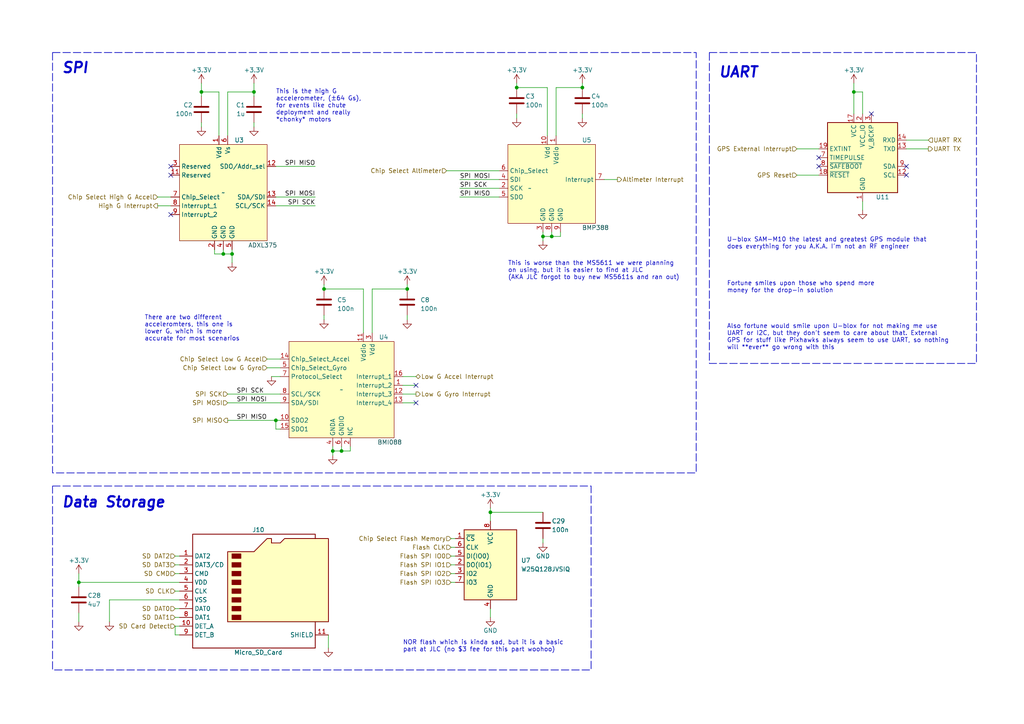
<source format=kicad_sch>
(kicad_sch (version 20230121) (generator eeschema)
  (paper "A4")
  (title_block (title "Sensors") (date "2023-09-24") (rev "1"))
  (lib_symbols
    (symbol "Connector:Micro_SD_Card_Det2"
      (property "Reference" "J" (at -16.51 17.78 0))
      (property "Value" "Micro_SD_Card_Det2" (at 16.51 17.78 0))
      (symbol "Micro_SD_Card_Det2_0_1"
        (rectangle (start -7.62 -6.985) (end -5.08 -8.255) (stroke (width 0.254)) (fill (type outline)))
        (rectangle (start -7.62 -4.445) (end -5.08 -5.715) (stroke (width 0.254)) (fill (type outline)))
        (rectangle (start -7.62 -1.905) (end -5.08 -3.175) (stroke (width 0.254)) (fill (type outline)))
        (rectangle (start -7.62 0.635) (end -5.08 -0.635) (stroke (width 0.254)) (fill (type outline)))
        (rectangle (start -7.62 3.175) (end -5.08 1.905) (stroke (width 0.254)) (fill (type outline)))
        (rectangle (start -7.62 5.715) (end -5.08 4.445) (stroke (width 0.254)) (fill (type outline)))
        (rectangle (start -7.62 8.255) (end -5.08 6.985) (stroke (width 0.254)) (fill (type outline)))
        (rectangle (start -7.62 10.795) (end -5.08 9.525) (stroke (width 0.254)) (fill (type outline)))
        (polyline (pts (xy 16.51 15.24) (xy 16.51 16.51) (xy -19.05 16.51) (xy -19.05 -16.51) (xy 16.51 -16.51) (xy 16.51 -8.89)) (stroke (width 0.254)))
        (polyline (pts (xy -8.89 -8.89) (xy -8.89 11.43) (xy -1.27 11.43) (xy 2.54 15.24) (xy 3.81 15.24) (xy 3.81 13.97) (xy 6.35 13.97) (xy 7.62 15.24) (xy 20.32 15.24) (xy 20.32 -8.89) (xy -8.89 -8.89)) (stroke (width 0.254)) (fill (type background)))
      )
      (symbol "Micro_SD_Card_Det2_1_1"
        (pin bidirectional line (at -22.86 10.16 0) (length 3.81) (name "DAT2") (number "1"))
        (pin passive line (at -22.86 -10.16 0) (length 3.81) (name "DET_A") (number "10"))
        (pin passive line (at 20.32 -12.7 180) (length 3.81) (name "SHIELD") (number "11"))
        (pin bidirectional line (at -22.86 7.62 0) (length 3.81) (name "DAT3/CD") (number "2"))
        (pin input line (at -22.86 5.08 0) (length 3.81) (name "CMD") (number "3"))
        (pin power_in line (at -22.86 2.54 0) (length 3.81) (name "VDD") (number "4"))
        (pin input line (at -22.86 0 0) (length 3.81) (name "CLK") (number "5"))
        (pin power_in line (at -22.86 -2.54 0) (length 3.81) (name "VSS") (number "6"))
        (pin bidirectional line (at -22.86 -5.08 0) (length 3.81) (name "DAT0") (number "7"))
        (pin bidirectional line (at -22.86 -7.62 0) (length 3.81) (name "DAT1") (number "8"))
        (pin passive line (at -22.86 -12.7 0) (length 3.81) (name "DET_B") (number "9"))
      )
    )
    (symbol "Device:C" (pin_numbers hide) (pin_names (offset 0.254))
      (property "Reference" "C" (at 0.635 2.54 0))
      (property "Value" "C" (at 0.635 -2.54 0))
      (symbol "C_0_1"
        (polyline (pts (xy -2.032 -0.762) (xy 2.032 -0.762)) (stroke (width 0.508)))
        (polyline (pts (xy -2.032 0.762) (xy 2.032 0.762)) (stroke (width 0.508)))
      )
      (symbol "C_1_1"
        (pin passive line (at 0 3.81 270) (length 2.794) (name "~") (number "1"))
        (pin passive line (at 0 -3.81 90) (length 2.794) (name "~") (number "2"))
      )
    )
    (symbol "Memory_Flash:W25Q128JVS"
      (property "Reference" "U" (at -8.89 8.89 0))
      (property "Value" "W25Q128JVS" (at 7.62 8.89 0))
      (symbol "W25Q128JVS_0_1"
        (rectangle (start -7.62 10.16) (end 7.62 -10.16) (stroke (width 0.254)) (fill (type background)))
      )
      (symbol "W25Q128JVS_1_1"
        (pin input line (at -10.16 7.62 0) (length 2.54) (name "~{CS}") (number "1"))
        (pin bidirectional line (at -10.16 0 0) (length 2.54) (name "DO(IO1)") (number "2"))
        (pin bidirectional line (at -10.16 -2.54 0) (length 2.54) (name "IO2") (number "3"))
        (pin power_in line (at 0 -12.7 90) (length 2.54) (name "GND") (number "4"))
        (pin bidirectional line (at -10.16 2.54 0) (length 2.54) (name "DI(IO0)") (number "5"))
        (pin input line (at -10.16 5.08 0) (length 2.54) (name "CLK") (number "6"))
        (pin bidirectional line (at -10.16 -5.08 0) (length 2.54) (name "IO3") (number "7"))
        (pin power_in line (at 0 12.7 270) (length 2.54) (name "VCC") (number "8"))
      )
    )
    (symbol "RF_GPS:SAM-M8Q"
      (property "Reference" "U" (at -8.89 11.43 0))
      (property "Value" "SAM-M8Q" (at 8.89 11.43 0))
      (symbol "SAM-M8Q_0_1"
        (rectangle (start -10.16 10.16) (end 10.16 -10.16) (stroke (width 0.254)) (fill (type background)))
      )
      (symbol "SAM-M8Q_1_1"
        (pin power_in line (at 0 -12.7 90) (length 2.54) (name "GND") (number "1"))
        (pin passive line (at 0 -12.7 90) (length 2.54) hide (name "GND") (number "10"))
        (pin passive line (at 0 -12.7 90) (length 2.54) hide (name "GND") (number "11"))
        (pin input line (at 12.7 -5.08 180) (length 2.54) (name "SCL") (number "12"))
        (pin output line (at 12.7 2.54 180) (length 2.54) (name "TXD") (number "13"))
        (pin input line (at 12.7 5.08 180) (length 2.54) (name "RXD") (number "14"))
        (pin passive line (at 0 -12.7 90) (length 2.54) hide (name "GND") (number "15"))
        (pin passive line (at 0 -12.7 90) (length 2.54) hide (name "GND") (number "16"))
        (pin power_in line (at -2.54 12.7 270) (length 2.54) (name "VCC") (number "17"))
        (pin input line (at -12.7 -5.08 0) (length 2.54) (name "~{RESET}") (number "18"))
        (pin input line (at -12.7 2.54 0) (length 2.54) (name "EXTINT") (number "19"))
        (pin power_in line (at 0 12.7 270) (length 2.54) (name "VCC_IO") (number "2"))
        (pin passive line (at 0 -12.7 90) (length 2.54) hide (name "GND") (number "20"))
        (pin power_in line (at 2.54 12.7 270) (length 2.54) (name "V_BCKP") (number "3"))
        (pin passive line (at 0 -12.7 90) (length 2.54) hide (name "GND") (number "4"))
        (pin passive line (at 0 -12.7 90) (length 2.54) hide (name "GND") (number "5"))
        (pin passive line (at 0 -12.7 90) (length 2.54) hide (name "GND") (number "6"))
        (pin output line (at -12.7 0 0) (length 2.54) (name "TIMEPULSE") (number "7"))
        (pin input line (at -12.7 -2.54 0) (length 2.54) (name "~{SAFEBOOT}") (number "8"))
        (pin bidirectional line (at 12.7 -2.54 180) (length 2.54) (name "SDA") (number "9"))
      )
    )
    (symbol "custom-symbols:ADXL375"
      (property "Reference" "U" (at -11.43 -15.24 0))
      (symbol "ADXL375_1_1"
        (rectangle (start -12.7 13.97) (end 12.7 -13.97) (fill (type background)))
        (text "ADXL375" (at 11.43 -15.24 0) (effects (font (size 1.27 1.27))))
        (pin power_in line (at -1.27 16.51 270) (length 2.54) (name "Vdd") (number "1"))
        (pin free line (at -15.24 5.08 0) (length 2.54) (name "Reserved") (number "11"))
        (pin bidirectional line (at 15.24 7.62 180) (length 2.54) (name "SDO/Addr_sel") (number "12"))
        (pin bidirectional line (at 15.24 -1.27 180) (length 2.54) (name "SDA/SDI") (number "13"))
        (pin bidirectional line (at 15.24 -3.81 180) (length 2.54) (name "SCL/SCK") (number "14"))
        (pin power_in line (at -2.54 -16.51 90) (length 2.54) (name "GND") (number "2"))
        (pin free line (at -15.24 7.62 0) (length 2.54) (name "Reserved") (number "3"))
        (pin power_in line (at 0 -16.51 90) (length 2.54) (name "GND") (number "4"))
        (pin power_in line (at 2.54 -16.51 90) (length 2.54) (name "GND") (number "5"))
        (pin power_in line (at 1.27 16.51 270) (length 2.54) (name "Vs") (number "6"))
        (pin input line (at -15.24 -1.27 0) (length 2.54) (name "Chip_Select") (number "7"))
        (pin output line (at -15.24 -3.81 0) (length 2.54) (name "Interrupt_1") (number "8"))
        (pin output line (at -15.24 -6.35 0) (length 2.54) (name "Interrupt_2") (number "9"))
      )
    )
    (symbol "custom-symbols:BMI088"
      (property "Reference" "U" (at -15.24 -15.24 0))
      (symbol "BMI088_1_1"
        (rectangle (start -15.24 13.97) (end 15.24 -13.97) (fill (type background)))
        (text "BMI088" (at 13.97 -15.24 0) (effects (font (size 1.27 1.27))))
        (pin output line (at 17.78 1.27 180) (length 2.54) (name "Interrupt_2") (number "1"))
        (pin output line (at -17.78 -8.89 0) (length 2.54) (name "SDO2") (number "10"))
        (pin power_in line (at 6.35 16.51 270) (length 2.54) (name "Vddio") (number "11"))
        (pin output line (at 17.78 -1.27 180) (length 2.54) (name "Interrupt_3") (number "12"))
        (pin output line (at 17.78 -3.81 180) (length 2.54) (name "Interrupt_4") (number "13"))
        (pin input line (at -17.78 8.89 0) (length 2.54) (name "Chip_Select_Accel") (number "14"))
        (pin output line (at -17.78 -11.43 0) (length 2.54) (name "SDO1") (number "15"))
        (pin output line (at 17.78 3.81 180) (length 2.54) (name "Interrupt_1") (number "16"))
        (pin input line (at 2.54 -16.51 90) (length 2.54) (name "NC") (number "2"))
        (pin power_in line (at 8.89 16.51 270) (length 2.54) (name "Vdd") (number "3"))
        (pin power_in line (at -2.54 -16.51 90) (length 2.54) (name "GNDA") (number "4"))
        (pin input line (at -17.78 6.35 0) (length 2.54) (name "Chip_Select_Gyro") (number "5"))
        (pin power_in line (at 0 -16.51 90) (length 2.54) (name "GNDIO") (number "6"))
        (pin input line (at -17.78 3.81 0) (length 2.54) (name "Protocol_Select") (number "7"))
        (pin input line (at -17.78 -1.27 0) (length 2.54) (name "SCL/SCK") (number "8"))
        (pin bidirectional line (at -17.78 -3.81 0) (length 2.54) (name "SDA/SDI") (number "9"))
      )
    )
    (symbol "custom-symbols:BMP388"
      (property "Reference" "U" (at -12.7 -11.43 0))
      (symbol "BMP388_1_1"
        (rectangle (start -12.7 12.7) (end 12.7 -10.16) (fill (type background)))
        (text "BMP388\n" (at 12.7 -11.43 0) (effects (font (size 1.27 1.27))))
        (pin input line (at 1.27 15.24 270) (length 2.54) (name "Vddio") (number "1"))
        (pin power_in line (at -1.27 15.24 270) (length 2.54) (name "Vdd") (number "10"))
        (pin input line (at -15.24 0 0) (length 2.54) (name "SCK") (number "2"))
        (pin power_in line (at -2.54 -12.7 90) (length 2.54) (name "GND") (number "3"))
        (pin bidirectional line (at -15.24 2.54 0) (length 2.54) (name "SDI") (number "4"))
        (pin bidirectional line (at -15.24 -2.54 0) (length 2.54) (name "SDO") (number "5"))
        (pin input line (at -15.24 5.08 0) (length 2.54) (name "Chip_Select") (number "6"))
        (pin output line (at 15.24 2.54 180) (length 2.54) (name "Interrupt") (number "7"))
        (pin power_in line (at 0 -12.7 90) (length 2.54) (name "GND") (number "8"))
        (pin power_in line (at 2.54 -12.7 90) (length 2.54) (name "GND") (number "9"))
      )
    )
    (symbol "power:+3.3V" (power) (pin_names (offset 0))
      (property "Value" "+3.3V" (at 0 3.556 0))
      (symbol "+3.3V_0_1"
        (polyline (pts (xy -0.762 1.27) (xy 0 2.54)))
        (polyline (pts (xy 0 0) (xy 0 2.54)))
        (polyline (pts (xy 0 2.54) (xy 0.762 1.27)))
      )
      (symbol "+3.3V_1_1"
        (pin power_in line (at 0 0 90) (length 0) hide (name "+3.3V") (number "1"))
      )
    )
    (symbol "power:GND" (power) (pin_names (offset 0))
      (property "Value" "GND" (at 0 -3.81 0))
      (symbol "GND_0_1"
        (polyline (pts (xy 0 0) (xy 0 -1.27) (xy 1.27 -1.27) (xy 0 -2.54) (xy -1.27 -1.27) (xy 0 -1.27)))
      )
      (symbol "GND_1_1"
        (pin power_in line (at 0 0 270) (length 0) hide (name "GND") (number "1"))
      )
    )
  )
  (junction (at 58.42 26.67))
  (junction (at 247.65 26.67))
  (junction (at 67.31 73.66))
  (junction (at 142.24 148.59))
  (junction (at 93.98 83.82))
  (junction (at 64.77 73.66))
  (junction (at 99.06 130.81))
  (junction (at 157.48 68.58))
  (junction (at 96.52 130.81))
  (junction (at 22.86 168.91))
  (junction (at 160.02 68.58))
  (junction (at 168.91 25.4))
  (junction (at 80.01 121.92))
  (junction (at 149.86 25.4))
  (junction (at 73.66 26.67))
  (junction (at 118.11 83.82))
  (no_connect (at 120.65 111.76))
  (no_connect (at 262.89 48.26))
  (no_connect (at 252.73 33.02))
  (no_connect (at 262.89 50.8))
  (no_connect (at 49.53 62.23))
  (no_connect (at 237.49 45.72))
  (no_connect (at 49.53 50.8))
  (no_connect (at 237.49 48.26))
  (no_connect (at 49.53 48.26))
  (no_connect (at 120.65 116.84))
  (wire (pts (xy 116.84 114.3) (xy 120.65 114.3)))
  (wire (pts (xy 118.11 82.55) (xy 118.11 83.82)))
  (wire (pts (xy 142.24 148.59) (xy 142.24 147.32)))
  (wire (pts (xy 107.95 96.52) (xy 107.95 83.82)))
  (wire (pts (xy 22.86 177.8) (xy 22.86 180.34)))
  (wire (pts (xy 50.8 171.45) (xy 52.07 171.45)))
  (wire (pts (xy 157.48 68.58) (xy 157.48 69.85)))
  (wire (pts (xy 149.86 24.13) (xy 149.86 25.4)))
  (wire (pts (xy 58.42 26.67) (xy 63.5 26.67)))
  (wire (pts (xy 107.95 83.82) (xy 118.11 83.82)))
  (wire (pts (xy 175.26 52.07) (xy 179.07 52.07)))
  (wire (pts (xy 80.01 124.46) (xy 80.01 121.92)))
  (wire (pts (xy 95.25 184.15) (xy 95.25 187.96)))
  (wire (pts (xy 67.31 73.66) (xy 67.31 76.2)))
  (wire (pts (xy 116.84 111.76) (xy 120.65 111.76)))
  (wire (pts (xy 93.98 83.82) (xy 105.41 83.82)))
  (wire (pts (xy 58.42 24.13) (xy 58.42 26.67)))
  (wire (pts (xy 50.8 161.29) (xy 52.07 161.29)))
  (wire (pts (xy 99.06 129.54) (xy 99.06 130.81)))
  (wire (pts (xy 157.48 156.21) (xy 157.48 157.48)))
  (wire (pts (xy 269.24 43.18) (xy 262.89 43.18)))
  (wire (pts (xy 80.01 59.69) (xy 91.44 59.69)))
  (wire (pts (xy 45.72 57.15) (xy 49.53 57.15)))
  (wire (pts (xy 149.86 33.02) (xy 149.86 34.29)))
  (wire (pts (xy 96.52 129.54) (xy 96.52 130.81)))
  (wire (pts (xy 50.8 179.07) (xy 52.07 179.07)))
  (wire (pts (xy 130.81 156.21) (xy 132.08 156.21)))
  (wire (pts (xy 31.75 173.99) (xy 52.07 173.99)))
  (wire (pts (xy 22.86 168.91) (xy 52.07 168.91)))
  (wire (pts (xy 161.29 39.37) (xy 161.29 25.4)))
  (wire (pts (xy 77.47 104.14) (xy 81.28 104.14)))
  (wire (pts (xy 162.56 67.31) (xy 162.56 68.58)))
  (wire (pts (xy 58.42 36.83) (xy 58.42 35.56)))
  (wire (pts (xy 99.06 130.81) (xy 96.52 130.81)))
  (wire (pts (xy 50.8 176.53) (xy 52.07 176.53)))
  (wire (pts (xy 80.01 48.26) (xy 91.44 48.26)))
  (wire (pts (xy 73.66 35.56) (xy 73.66 36.83)))
  (wire (pts (xy 66.04 26.67) (xy 73.66 26.67)))
  (wire (pts (xy 64.77 73.66) (xy 67.31 73.66)))
  (wire (pts (xy 62.23 72.39) (xy 62.23 73.66)))
  (wire (pts (xy 160.02 67.31) (xy 160.02 68.58)))
  (wire (pts (xy 149.86 25.4) (xy 158.75 25.4)))
  (wire (pts (xy 129.54 49.53) (xy 144.78 49.53)))
  (wire (pts (xy 50.8 181.61) (xy 50.8 184.15)))
  (wire (pts (xy 157.48 67.31) (xy 157.48 68.58)))
  (wire (pts (xy 77.47 106.68) (xy 81.28 106.68)))
  (wire (pts (xy 81.28 109.22) (xy 78.74 109.22)))
  (wire (pts (xy 58.42 27.94) (xy 58.42 26.67)))
  (wire (pts (xy 66.04 26.67) (xy 66.04 39.37)))
  (wire (pts (xy 168.91 25.4) (xy 161.29 25.4)))
  (wire (pts (xy 168.91 33.02) (xy 168.91 34.29)))
  (wire (pts (xy 67.31 72.39) (xy 67.31 73.66)))
  (wire (pts (xy 250.19 33.02) (xy 250.19 26.67)))
  (wire (pts (xy 80.01 57.15) (xy 91.44 57.15)))
  (wire (pts (xy 50.8 163.83) (xy 52.07 163.83)))
  (wire (pts (xy 22.86 166.37) (xy 22.86 168.91)))
  (wire (pts (xy 66.04 116.84) (xy 81.28 116.84)))
  (wire (pts (xy 50.8 181.61) (xy 52.07 181.61)))
  (wire (pts (xy 45.72 59.69) (xy 49.53 59.69)))
  (wire (pts (xy 64.77 72.39) (xy 64.77 73.66)))
  (wire (pts (xy 142.24 148.59) (xy 157.48 148.59)))
  (wire (pts (xy 168.91 24.13) (xy 168.91 25.4)))
  (wire (pts (xy 50.8 166.37) (xy 52.07 166.37)))
  (wire (pts (xy 101.6 130.81) (xy 99.06 130.81)))
  (wire (pts (xy 247.65 24.13) (xy 247.65 26.67)))
  (wire (pts (xy 130.81 168.91) (xy 132.08 168.91)))
  (wire (pts (xy 118.11 91.44) (xy 118.11 92.71)))
  (wire (pts (xy 133.35 54.61) (xy 144.78 54.61)))
  (wire (pts (xy 101.6 129.54) (xy 101.6 130.81)))
  (wire (pts (xy 66.04 121.92) (xy 80.01 121.92)))
  (wire (pts (xy 105.41 96.52) (xy 105.41 83.82)))
  (wire (pts (xy 158.75 25.4) (xy 158.75 39.37)))
  (wire (pts (xy 62.23 73.66) (xy 64.77 73.66)))
  (wire (pts (xy 133.35 57.15) (xy 144.78 57.15)))
  (wire (pts (xy 93.98 91.44) (xy 93.98 92.71)))
  (wire (pts (xy 250.19 58.42) (xy 250.19 60.96)))
  (wire (pts (xy 73.66 26.67) (xy 73.66 27.94)))
  (wire (pts (xy 247.65 26.67) (xy 247.65 33.02)))
  (wire (pts (xy 80.01 121.92) (xy 81.28 121.92)))
  (wire (pts (xy 63.5 26.67) (xy 63.5 39.37)))
  (wire (pts (xy 50.8 184.15) (xy 52.07 184.15)))
  (wire (pts (xy 96.52 130.81) (xy 96.52 132.08)))
  (wire (pts (xy 250.19 26.67) (xy 247.65 26.67)))
  (wire (pts (xy 269.24 40.64) (xy 262.89 40.64)))
  (wire (pts (xy 231.14 50.8) (xy 237.49 50.8)))
  (wire (pts (xy 130.81 166.37) (xy 132.08 166.37)))
  (wire (pts (xy 130.81 163.83) (xy 132.08 163.83)))
  (wire (pts (xy 93.98 82.55) (xy 93.98 83.82)))
  (wire (pts (xy 160.02 68.58) (xy 157.48 68.58)))
  (wire (pts (xy 231.14 43.18) (xy 237.49 43.18)))
  (wire (pts (xy 31.75 173.99) (xy 31.75 180.34)))
  (wire (pts (xy 116.84 116.84) (xy 120.65 116.84)))
  (wire (pts (xy 142.24 179.07) (xy 142.24 176.53)))
  (wire (pts (xy 162.56 68.58) (xy 160.02 68.58)))
  (wire (pts (xy 81.28 124.46) (xy 80.01 124.46)))
  (wire (pts (xy 22.86 168.91) (xy 22.86 170.18)))
  (wire (pts (xy 142.24 148.59) (xy 142.24 151.13)))
  (wire (pts (xy 130.81 158.75) (xy 132.08 158.75)))
  (wire (pts (xy 130.81 161.29) (xy 132.08 161.29)))
  (wire (pts (xy 66.04 114.3) (xy 81.28 114.3)))
  (wire (pts (xy 133.35 52.07) (xy 144.78 52.07)))
  (wire (pts (xy 116.84 109.22) (xy 120.65 109.22)))
  (wire (pts (xy 73.66 24.13) (xy 73.66 26.67)))
  (rectangle (start 15.24 140.97) (end 171.45 194.31) (stroke (width 0.2) (type dash)))
  (rectangle (start 15.24 15.24) (end 201.93 137.16) (stroke (width 0.2) (type dash)))
  (rectangle (start 205.74 15.24) (end 283.21 105.41) (stroke (width 0.2) (type dash)))
  (text "There are two different\nacceleromters, this one is\nlower G, which is more\naccurate for most scenarios" (at 41.91 99.06 0) (effects (font (size 1.27 1.27)) (justify left bottom)))
  (text "NOR flash which is kinda sad, but it is a basic\npart at JLC (no $3 fee for this part woohoo)" (at 116.84 189.23 0) (effects (font (size 1.27 1.27)) (justify left bottom)))
  (text "Also fortune would smile upon U-blox for not making me use\nUART or I2C, but they don't seem to care about that. External\nGPS for stuff like Pixhawks always seem to use UART, so nothing\nwill **ever** go wrong with this" (at 210.82 101.6 0) (effects (font (size 1.27 1.27)) (justify left bottom)))
  (text "This is the high G\naccelerometer, (±64 Gs),\nfor events like chute\ndeployment and really\n*chonky* motors" (at 80.01 35.56 0) (effects (font (size 1.27 1.27)) (justify left bottom)))
  (text "Data Storage\n\n" (at 17.78 152.4 0) (effects (font (size 3 3) (thickness 0.6) bold italic) (justify left bottom)))
  (text "U-blox SAM-M10 the latest and greatest GPS module that\ndoes everything for you A.K.A. I'm not an RF engineer" (at 210.82 72.39 0) (effects (font (size 1.27 1.27)) (justify left bottom)))
  (text "Fortune smiles upon those who spend more\nmoney for the drop-in solution" (at 210.82 85.09 0) (effects (font (size 1.27 1.27)) (justify left bottom)))
  (text "SPI\n" (at 17.78 21.59 0) (effects (font (size 3 3) (thickness 0.6) bold italic) (justify left bottom)))
  (text "This is worse than the MS5611 we were planning\non using, but it is easier to find at JLC\n(AKA JLC forgot to buy new MS5611s and ran out)" (at 147.32 81.28 0) (effects (font (size 1.27 1.27)) (justify left bottom)))
  (text "UART\n" (at 208.28 22.86 0) (effects (font (size 3 3) (thickness 0.6) bold italic) (justify left bottom)))
  (label "SPI MISO" (at 133.35 57.15 0))
  (label "SPI SCK" (at 68.58 114.3 0))
  (label "SPI SCK" (at 133.35 54.61 0))
  (label "SPI MISO" (at 91.44 48.26 180))
  (label "SPI MOSI" (at 68.58 116.84 0))
  (label "SPI MISO" (at 68.58 121.92 0))
  (label "SPI MOSI" (at 133.35 52.07 0))
  (label "SPI SCK" (at 91.44 59.69 180))
  (label "SPI MOSI" (at 91.44 57.15 180))
  (hierarchical_label "Chip Select High G Accel" (shape input) (at 45.72 57.15 180))
  (hierarchical_label "Chip Select Flash Memory" (shape input) (at 130.81 156.21 180))
  (hierarchical_label "SD CLK" (shape input) (at 50.8 171.45 180))
  (hierarchical_label "Flash SPI IO2" (shape input) (at 130.81 166.37 180))
  (hierarchical_label "Chip Select Low G Accel" (shape input) (at 77.47 104.14 180))
  (hierarchical_label "High G Interrupt" (shape output) (at 45.72 59.69 180))
  (hierarchical_label "SD DAT0" (shape input) (at 50.8 176.53 180))
  (hierarchical_label "Altimeter Interrupt" (shape output) (at 179.07 52.07 0))
  (hierarchical_label "SD CMD" (shape input) (at 50.8 166.37 180))
  (hierarchical_label "GPS External Interrupt" (shape input) (at 231.14 43.18 180))
  (hierarchical_label "Low G Accel Interrupt" (shape bidirectional) (at 120.65 109.22 0))
  (hierarchical_label "Chip Select Low G Gyro" (shape input) (at 77.47 106.68 180))
  (hierarchical_label "SPI MISO" (shape output) (at 66.04 121.92 180))
  (hierarchical_label "SD DAT2" (shape input) (at 50.8 161.29 180))
  (hierarchical_label "SD DAT1" (shape input) (at 50.8 179.07 180))
  (hierarchical_label "Low G Gyro Interrupt" (shape output) (at 120.65 114.3 0))
  (hierarchical_label "UART RX" (shape input) (at 269.24 40.64 0))
  (hierarchical_label "Flash SPI IO1" (shape input) (at 130.81 163.83 180))
  (hierarchical_label "SD Card Detect" (shape input) (at 50.8 181.61 180))
  (hierarchical_label "SPI MOSI" (shape input) (at 66.04 116.84 180))
  (hierarchical_label "GPS Reset" (shape input) (at 231.14 50.8 180))
  (hierarchical_label "SPI SCK" (shape input) (at 66.04 114.3 180))
  (hierarchical_label "Flash SPI IO3" (shape input) (at 130.81 168.91 180))
  (hierarchical_label "Chip Select Altimeter" (shape input) (at 129.54 49.53 180))
  (hierarchical_label "Flash CLK" (shape input) (at 130.81 158.75 180))
  (hierarchical_label "UART TX" (shape output) (at 269.24 43.18 0))
  (hierarchical_label "Flash SPI IO0" (shape input) (at 130.81 161.29 180))
  (hierarchical_label "SD DAT3" (shape input) (at 50.8 163.83 180))
  (symbol (lib_id "power:+3.3V") (at 168.91 24.13 0) (unit 1)
    (property "Reference" "#PWR010" (effects hide))
    (property "Value" "+3.3V" (at 168.91 20.32 0))
  )
  (symbol (lib_id "Connector:Micro_SD_Card_Det2") (at 74.93 171.45 0) (unit 1)
    (property "Reference" "J10" (at 74.93 153.67 0))
    (property "Value" "Micro_SD_Card" (at 74.93 189.23 0))
    (property "Footprint" "Connector_Card:microSD_HC_Hirose_DM3D-SF" (effects hide))
    (property "Datasheet" "https://www.hirose.com/en/product/document?clcode=&productname=&series=DM3&documenttype=Catalog&lang=en&documentid=D49662_en" (effects hide))
  )
  (symbol (lib_id "power:GND") (at 31.75 180.34 0) (unit 1)
    (property "Reference" "#PWR089" (effects hide))
    (property "Value" "GND" (effects hide))
  )
  (symbol (lib_id "custom-symbols:ADXL375") (at 64.77 55.88 0) (unit 1)
    (property "Reference" "U3" (at 67.9959 40.64 0) (effects (justify left)))
    (property "Value" "~" (at 64.77 55.88 0))
    (property "Footprint" "custom-footprints:ADXL375" (effects hide))
  )
  (symbol (lib_id "power:GND") (at 78.74 109.22 0) (unit 1)
    (property "Reference" "#PWR021" (effects hide))
    (property "Value" "GND" (effects hide))
  )
  (symbol (lib_id "Device:C") (at 157.48 152.4 0) (unit 1)
    (property "Reference" "C29" (at 160.02 151.13 0) (effects (justify left)))
    (property "Value" "100n" (at 160.02 153.67 0) (effects (justify left)))
    (property "Footprint" "Capacitor_SMD:C_0402_1005Metric" (effects hide))
  )
  (symbol (lib_id "power:GND") (at 22.86 180.34 0) (unit 1)
    (property "Reference" "#PWR084" (effects hide))
    (property "Value" "GND" (effects hide))
  )
  (symbol (lib_id "power:GND") (at 96.52 132.08 0) (unit 1)
    (property "Reference" "#PWR022" (effects hide))
    (property "Value" "GND" (effects hide))
  )
  (symbol (lib_id "power:GND") (at 95.25 187.96 0) (unit 1)
    (property "Reference" "#PWR0105" (effects hide))
    (property "Value" "GND" (effects hide))
  )
  (symbol (lib_id "power:GND") (at 67.31 76.2 0) (unit 1)
    (property "Reference" "#PWR03" (effects hide))
    (property "Value" "GND" (effects hide))
  )
  (symbol (lib_id "Device:C") (at 58.42 31.75 0) (mirror y) (unit 1)
    (property "Reference" "C2" (at 55.88 30.48 0) (effects (justify left)))
    (property "Value" "100n" (at 55.88 33.02 0) (effects (justify left)))
    (property "Footprint" "Capacitor_SMD:C_0402_1005Metric" (effects hide))
  )
  (symbol (lib_id "Device:C") (at 149.86 29.21 0) (unit 1)
    (property "Reference" "C3" (at 152.4 27.94 0) (effects (justify left)))
    (property "Value" "100n" (at 152.4 30.48 0) (effects (justify left)))
    (property "Footprint" "Capacitor_SMD:C_0402_1005Metric" (effects hide))
  )
  (symbol (lib_id "power:GND") (at 118.11 92.71 0) (unit 1)
    (property "Reference" "#PWR019" (effects hide))
    (property "Value" "GND" (effects hide))
  )
  (symbol (lib_id "power:GND") (at 73.66 36.83 0) (unit 1)
    (property "Reference" "#PWR04" (effects hide))
    (property "Value" "GND" (effects hide))
  )
  (symbol (lib_id "power:+3.3V") (at 73.66 24.13 0) (unit 1)
    (property "Reference" "#PWR07" (effects hide))
    (property "Value" "+3.3V" (at 73.66 20.32 0))
  )
  (symbol (lib_id "power:GND") (at 93.98 92.71 0) (unit 1)
    (property "Reference" "#PWR013" (effects hide))
    (property "Value" "GND" (effects hide))
  )
  (symbol (lib_id "Device:C") (at 168.91 29.21 0) (unit 1)
    (property "Reference" "C4" (at 171.45 27.94 0) (effects (justify left)))
    (property "Value" "100n" (at 171.45 30.48 0) (effects (justify left)))
    (property "Footprint" "Capacitor_SMD:C_0402_1005Metric" (effects hide))
  )
  (symbol (lib_id "power:GND") (at 250.19 60.96 0) (unit 1)
    (property "Reference" "#PWR015" (effects hide))
    (property "Value" "GND" (effects hide))
  )
  (symbol (lib_id "power:+3.3V") (at 118.11 82.55 0) (unit 1)
    (property "Reference" "#PWR020" (effects hide))
    (property "Value" "+3.3V" (at 118.11 78.74 0))
  )
  (symbol (lib_id "power:+3.3V") (at 22.86 166.37 0) (unit 1)
    (property "Reference" "#PWR049" (effects hide))
    (property "Value" "+3.3V" (at 22.86 162.56 0))
  )
  (symbol (lib_id "power:GND") (at 157.48 157.48 0) (unit 1)
    (property "Reference" "#PWR0104" (effects hide))
    (property "Value" "GND" (at 157.48 161.29 0))
  )
  (symbol (lib_id "Device:C") (at 22.86 173.99 0) (unit 1)
    (property "Reference" "C28" (at 25.4 172.72 0) (effects (justify left)))
    (property "Value" "4u7" (at 25.4 175.26 0) (effects (justify left)))
    (property "Footprint" "Capacitor_SMD:C_0603_1608Metric" (effects hide))
  )
  (symbol (lib_id "RF_GPS:SAM-M8Q") (at 250.19 45.72 0) (unit 1)
    (property "Reference" "U11" (at 254 57.15 0) (effects (justify left)))
    (property "Value" "SAM-M8Q" (effects hide))
    (property "Footprint" "RF_GPS:ublox_SAM-M8Q_HandSolder" (effects hide))
    (property "Datasheet" "https://www.u-blox.com/sites/default/files/SAM-M8Q_DataSheet_%28UBX-16012619%29.pdf" (effects hide))
  )
  (symbol (lib_id "Memory_Flash:W25Q128JVS") (at 142.24 163.83 0) (unit 1)
    (property "Reference" "U7" (at 151.13 162.56 0) (effects (justify left)))
    (property "Value" "W25Q128JVSIQ" (at 151.13 165.1 0) (effects (justify left)))
    (property "Footprint" "Package_SO:SOIC-8_5.23x5.23mm_P1.27mm" (effects hide))
    (property "Datasheet" "http://www.winbond.com/resource-files/w25q128jv_dtr%20revc%2003272018%20plus.pdf" (effects hide))
  )
  (symbol (lib_id "power:+3.3V") (at 247.65 24.13 0) (unit 1)
    (property "Reference" "#PWR016" (effects hide))
    (property "Value" "+3.3V" (at 247.65 20.32 0))
  )
  (symbol (lib_id "power:GND") (at 58.42 36.83 0) (mirror y) (unit 1)
    (property "Reference" "#PWR02" (effects hide))
    (property "Value" "GND" (effects hide))
  )
  (symbol (lib_id "Device:C") (at 93.98 87.63 0) (unit 1)
    (property "Reference" "C5" (at 97.79 86.995 0) (effects (justify left)))
    (property "Value" "100n" (at 97.79 89.535 0) (effects (justify left)))
    (property "Footprint" "Capacitor_SMD:C_0402_1005Metric" (effects hide))
  )
  (symbol (lib_id "power:GND") (at 157.48 69.85 0) (unit 1)
    (property "Reference" "#PWR09" (effects hide))
    (property "Value" "GND" (effects hide))
  )
  (symbol (lib_id "power:+3.3V") (at 149.86 24.13 0) (unit 1)
    (property "Reference" "#PWR06" (effects hide))
    (property "Value" "+3.3V" (at 149.86 20.32 0))
  )
  (symbol (lib_id "custom-symbols:BMI088") (at 99.06 113.03 0) (unit 1)
    (property "Reference" "U4" (at 109.9059 97.79 0) (effects (justify left)))
    (property "Value" "~" (at 99.06 113.03 0))
    (property "Footprint" "custom-footprints:BMI088" (effects hide))
  )
  (symbol (lib_id "power:+3.3V") (at 142.24 147.32 0) (unit 1)
    (property "Reference" "#PWR0103" (effects hide))
    (property "Value" "+3.3V" (at 142.24 143.51 0))
  )
  (symbol (lib_id "Device:C") (at 118.11 87.63 0) (unit 1)
    (property "Reference" "C8" (at 121.92 86.995 0) (effects (justify left)))
    (property "Value" "100n" (at 121.92 89.535 0) (effects (justify left)))
    (property "Footprint" "Capacitor_SMD:C_0402_1005Metric" (effects hide))
  )
  (symbol (lib_id "power:GND") (at 149.86 34.29 0) (unit 1)
    (property "Reference" "#PWR05" (effects hide))
    (property "Value" "GND" (effects hide))
  )
  (symbol (lib_id "power:GND") (at 142.24 179.07 0) (unit 1)
    (property "Reference" "#PWR023" (effects hide))
    (property "Value" "GND" (at 142.24 182.88 0))
  )
  (symbol (lib_id "power:GND") (at 168.91 34.29 0) (unit 1)
    (property "Reference" "#PWR011" (effects hide))
    (property "Value" "GND" (effects hide))
  )
  (symbol (lib_id "Device:C") (at 73.66 31.75 0) (mirror y) (unit 1)
    (property "Reference" "C1" (at 71.12 30.48 0) (effects (justify left)))
    (property "Value" "1u" (at 71.12 33.02 0) (effects (justify left)))
    (property "Footprint" "Capacitor_SMD:C_0603_1608Metric" (effects hide))
  )
  (symbol (lib_id "power:+3.3V") (at 93.98 82.55 0) (unit 1)
    (property "Reference" "#PWR012" (effects hide))
    (property "Value" "+3.3V" (at 93.98 78.74 0))
  )
  (symbol (lib_id "power:+3.3V") (at 58.42 24.13 0) (mirror y) (unit 1)
    (property "Reference" "#PWR01" (effects hide))
    (property "Value" "+3.3V" (at 58.42 20.32 0))
  )
  (symbol (lib_id "custom-symbols:BMP388") (at 160.02 54.61 0) (unit 1)
    (property "Reference" "U5" (at 170.18 40.64 0))
    (property "Value" "~" (at 153.67 54.61 0))
    (property "Footprint" "custom-footprints:BMP388" (effects hide))
  )
)
</source>
